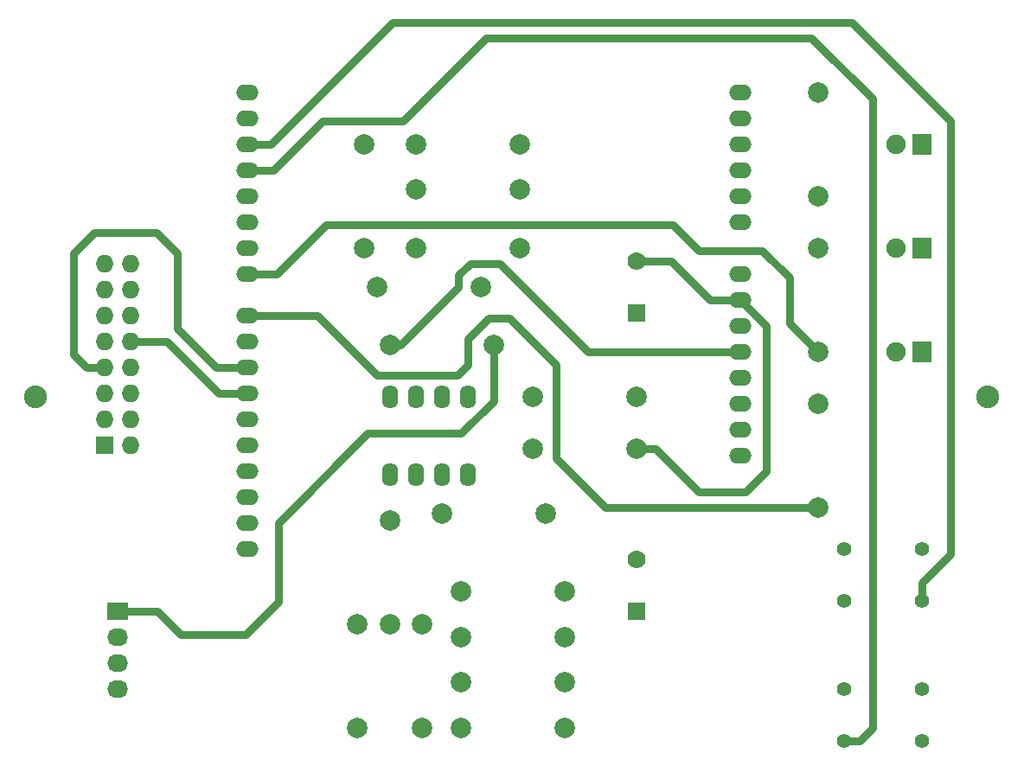
<source format=gbr>
G04 #@! TF.FileFunction,Copper,L1,Top,Signal*
%FSLAX46Y46*%
G04 Gerber Fmt 4.6, Leading zero omitted, Abs format (unit mm)*
G04 Created by KiCad (PCBNEW 4.0.1-3.201512161002+6197~38~ubuntu14.04.1-stable) date Qui 28 Jan 2016 16:24:51 BRST*
%MOMM*%
G01*
G04 APERTURE LIST*
%ADD10C,0.100000*%
%ADD11R,1.778000X1.778000*%
%ADD12C,1.778000*%
%ADD13R,1.900000X2.000000*%
%ADD14C,1.900000*%
%ADD15O,2.199640X1.524000*%
%ADD16O,2.197100X1.524000*%
%ADD17R,2.032000X1.727200*%
%ADD18O,2.032000X1.727200*%
%ADD19O,1.600000X2.300000*%
%ADD20R,1.727200X1.727200*%
%ADD21O,1.727200X1.727200*%
%ADD22C,1.998980*%
%ADD23C,1.397000*%
%ADD24C,2.235200*%
%ADD25C,0.800000*%
G04 APERTURE END LIST*
D10*
D11*
X63881000Y21844000D03*
D12*
X63881000Y26924000D03*
D11*
X63881000Y51054000D03*
D12*
X63881000Y56134000D03*
D13*
X91821000Y47244000D03*
D14*
X89281000Y47244000D03*
D13*
X91821000Y57404000D03*
D14*
X89281000Y57404000D03*
D13*
X91821000Y67564000D03*
D14*
X89281000Y67564000D03*
D15*
X74041000Y37084000D03*
X74041000Y39624000D03*
X74041000Y42164000D03*
X74041000Y44704000D03*
X74041000Y47244000D03*
X74041000Y49784000D03*
X74041000Y52324000D03*
X74041000Y54864000D03*
X74041000Y59944000D03*
X74041000Y62484000D03*
X74041000Y65024000D03*
X74041000Y67564000D03*
X74041000Y70104000D03*
X74041000Y72644000D03*
D16*
X25781000Y72644000D03*
X25781000Y70104000D03*
X25781000Y67564000D03*
X25781000Y65024000D03*
X25781000Y62484000D03*
X25781000Y59944000D03*
X25781000Y57404000D03*
X25781000Y54864000D03*
X25781000Y50800000D03*
X25781000Y48260000D03*
X25781000Y45720000D03*
X25781000Y43180000D03*
X25781000Y40640000D03*
X25781000Y38100000D03*
X25781000Y35560000D03*
X25781000Y33022540D03*
X25781000Y30480000D03*
X25781000Y27940000D03*
D17*
X13081000Y21844000D03*
D18*
X13081000Y19304000D03*
X13081000Y16764000D03*
X13081000Y14224000D03*
D19*
X39751000Y35179000D03*
X42291000Y35179000D03*
X44831000Y35179000D03*
X47371000Y35179000D03*
X47371000Y42799000D03*
X44831000Y42799000D03*
X42291000Y42799000D03*
X39751000Y42799000D03*
D20*
X11811000Y38100000D03*
D21*
X14351000Y38100000D03*
X11811000Y40640000D03*
X14351000Y40640000D03*
X11811000Y43180000D03*
X14351000Y43180000D03*
X11811000Y45720000D03*
X14351000Y45720000D03*
X11811000Y48260000D03*
X14351000Y48260000D03*
X11811000Y50800000D03*
X14351000Y50800000D03*
X11811000Y53340000D03*
X14351000Y53340000D03*
X11811000Y55880000D03*
X14351000Y55880000D03*
D22*
X36576000Y20574000D03*
X36576000Y10414000D03*
X46736000Y10414000D03*
X56896000Y10414000D03*
X42926000Y20574000D03*
X42926000Y10414000D03*
X46736000Y19304000D03*
X56896000Y19304000D03*
X46736000Y14859000D03*
X56896000Y14859000D03*
X46736000Y23749000D03*
X56896000Y23749000D03*
X39751000Y30734000D03*
X39751000Y20574000D03*
X54991000Y31369000D03*
X44831000Y31369000D03*
X52451000Y67564000D03*
X42291000Y67564000D03*
X37211000Y57404000D03*
X37211000Y67564000D03*
X42291000Y63119000D03*
X52451000Y63119000D03*
X53721000Y37719000D03*
X63881000Y37719000D03*
X42291000Y57404000D03*
X52451000Y57404000D03*
X39751000Y47879000D03*
X49911000Y47879000D03*
X48641000Y53594000D03*
X38481000Y53594000D03*
X53721000Y42799000D03*
X63881000Y42799000D03*
X81661000Y42164000D03*
X81661000Y32004000D03*
X81661000Y57404000D03*
X81661000Y47244000D03*
X81661000Y72644000D03*
X81661000Y62484000D03*
D23*
X84201000Y9144000D03*
X84201000Y14224000D03*
X91821000Y9144000D03*
X91821000Y14224000D03*
X84201000Y22860000D03*
X84201000Y27940000D03*
X91821000Y22860000D03*
X91821000Y27940000D03*
D24*
X5080000Y42799000D03*
X98298000Y42799000D03*
D25*
X63881000Y37719000D02*
X63881000Y37846000D01*
X73787000Y52578000D02*
X74041000Y52324000D01*
X65786000Y37719000D02*
X69977000Y33528000D01*
X69977000Y33528000D02*
X74549000Y33528000D01*
X74549000Y33528000D02*
X76581000Y35560000D01*
X76581000Y35560000D02*
X76581000Y49784000D01*
X76581000Y49784000D02*
X74041000Y52324000D01*
X63881000Y37719000D02*
X65786000Y37719000D01*
X71120000Y52324000D02*
X67310000Y56134000D01*
X67310000Y56134000D02*
X63881000Y56134000D01*
X74041000Y52324000D02*
X71120000Y52324000D01*
X40767000Y47879000D02*
X46482000Y53594000D01*
X46482000Y53594000D02*
X46482000Y54737000D01*
X46482000Y54737000D02*
X47625000Y55880000D01*
X47625000Y55880000D02*
X50546000Y55880000D01*
X50546000Y55880000D02*
X59182000Y47244000D01*
X59182000Y47244000D02*
X74041000Y47244000D01*
X39751000Y47879000D02*
X40767000Y47879000D01*
X91821000Y24638000D02*
X94615000Y27432000D01*
X94615000Y27432000D02*
X94615000Y69850000D01*
X94615000Y69850000D02*
X84963000Y79502000D01*
X84963000Y79502000D02*
X40005000Y79502000D01*
X40005000Y79502000D02*
X28067000Y67564000D01*
X28067000Y67564000D02*
X25781000Y67564000D01*
X91821000Y22860000D02*
X91821000Y24638000D01*
X85725000Y9144000D02*
X86995000Y10414000D01*
X86995000Y10414000D02*
X86995000Y72005998D01*
X86995000Y72005998D02*
X81022998Y77978000D01*
X81022998Y77978000D02*
X49149000Y77978000D01*
X49149000Y77978000D02*
X41021000Y69850000D01*
X41021000Y69850000D02*
X33147000Y69850000D01*
X33147000Y69850000D02*
X28321000Y65024000D01*
X28321000Y65024000D02*
X25781000Y65024000D01*
X84201000Y9144000D02*
X85725000Y9144000D01*
X78867000Y54483000D02*
X78867000Y50038000D01*
X78867000Y50038000D02*
X81661000Y47244000D01*
X28702000Y54864000D02*
X33528000Y59690000D01*
X33528000Y59690000D02*
X67437000Y59690000D01*
X67437000Y59690000D02*
X69977000Y57150000D01*
X69977000Y57150000D02*
X76200000Y57150000D01*
X76200000Y57150000D02*
X78867000Y54483000D01*
X25781000Y54864000D02*
X28702000Y54864000D01*
X32639000Y50800000D02*
X38481000Y44958000D01*
X38481000Y44958000D02*
X46355000Y44958000D01*
X46355000Y44958000D02*
X47371000Y45974000D01*
X47371000Y45974000D02*
X47371000Y48514000D01*
X47371000Y48514000D02*
X49403000Y50546000D01*
X49403000Y50546000D02*
X51435000Y50546000D01*
X51435000Y50546000D02*
X56007000Y45974000D01*
X56007000Y45974000D02*
X56007000Y36830000D01*
X56007000Y36830000D02*
X60833000Y32004000D01*
X60833000Y32004000D02*
X81661000Y32004000D01*
X25781000Y50800000D02*
X32639000Y50800000D01*
X22733000Y45720000D02*
X18923000Y49530000D01*
X18923000Y49530000D02*
X18923000Y56896000D01*
X18923000Y56896000D02*
X16891000Y58928000D01*
X16891000Y58928000D02*
X10795000Y58928000D01*
X10795000Y58928000D02*
X8763000Y56896000D01*
X8763000Y56896000D02*
X8763000Y46990000D01*
X8763000Y46990000D02*
X10033000Y45720000D01*
X10033000Y45720000D02*
X11811000Y45720000D01*
X25781000Y45720000D02*
X22733000Y45720000D01*
X22987000Y43180000D02*
X17907000Y48260000D01*
X17907000Y48260000D02*
X14351000Y48260000D01*
X25781000Y43180000D02*
X22987000Y43180000D01*
X49911000Y42418000D02*
X46736000Y39243000D01*
X46736000Y39243000D02*
X37592000Y39243000D01*
X37592000Y39243000D02*
X28829000Y30480000D01*
X28829000Y30480000D02*
X28829000Y22733000D01*
X28829000Y22733000D02*
X25654000Y19558000D01*
X25654000Y19558000D02*
X19304000Y19558000D01*
X19304000Y19558000D02*
X17018000Y21844000D01*
X17018000Y21844000D02*
X13081000Y21844000D01*
X49911000Y47879000D02*
X49911000Y42418000D01*
M02*

</source>
